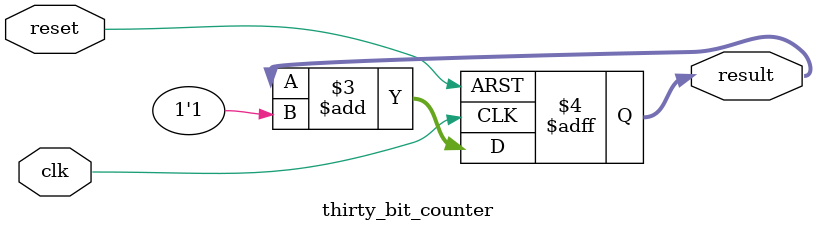
<source format=v>
module thirty_bit_counter( input clk , input reset , output reg [29:0] result );

	

	always@ ( posedge clk , negedge reset ) begin
		if (!reset ) begin
			result <= 30'b0;
		end else begin
			result <= result + 1'b1;
		end
	end
endmodule 
</source>
